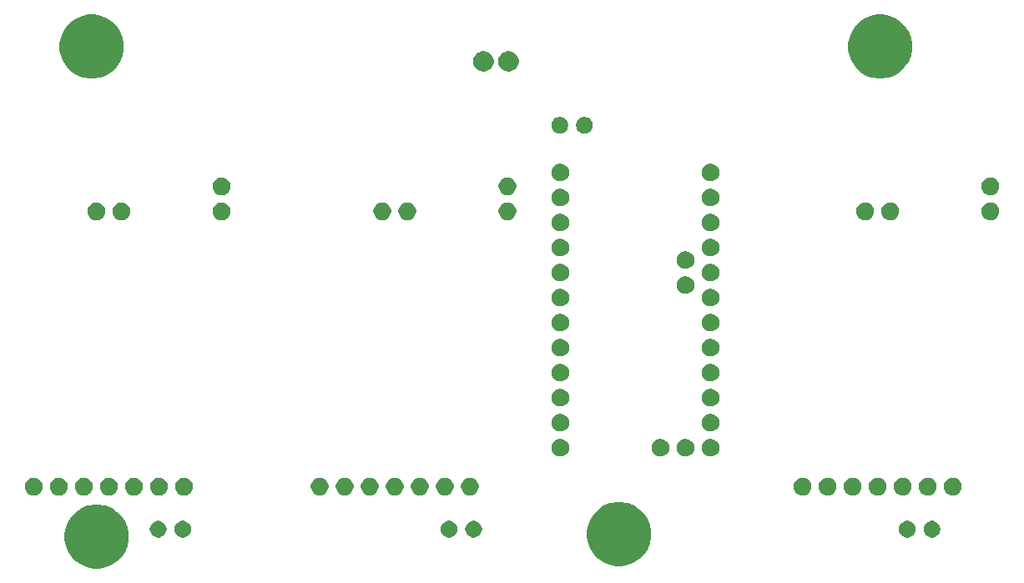
<source format=gbr>
G04 #@! TF.GenerationSoftware,KiCad,Pcbnew,(5.1.4)-1*
G04 #@! TF.CreationDate,2020-03-19T13:00:02-06:00*
G04 #@! TF.ProjectId,Axle Ratio Change,41786c65-2052-4617-9469-6f204368616e,rev?*
G04 #@! TF.SameCoordinates,Original*
G04 #@! TF.FileFunction,Soldermask,Top*
G04 #@! TF.FilePolarity,Negative*
%FSLAX46Y46*%
G04 Gerber Fmt 4.6, Leading zero omitted, Abs format (unit mm)*
G04 Created by KiCad (PCBNEW (5.1.4)-1) date 2020-03-19 13:00:02*
%MOMM*%
%LPD*%
G04 APERTURE LIST*
%ADD10C,0.100000*%
G04 APERTURE END LIST*
D10*
G36*
X112884239Y-118311467D02*
G01*
X113198282Y-118373934D01*
X113789926Y-118619001D01*
X114322392Y-118974784D01*
X114775216Y-119427608D01*
X115130999Y-119960074D01*
X115376066Y-120551718D01*
X115501000Y-121179804D01*
X115501000Y-121820196D01*
X115376066Y-122448282D01*
X115130999Y-123039926D01*
X114775216Y-123572392D01*
X114322392Y-124025216D01*
X113789926Y-124380999D01*
X113198282Y-124626066D01*
X112884239Y-124688533D01*
X112570197Y-124751000D01*
X111929803Y-124751000D01*
X111615761Y-124688533D01*
X111301718Y-124626066D01*
X110710074Y-124380999D01*
X110177608Y-124025216D01*
X109724784Y-123572392D01*
X109369001Y-123039926D01*
X109123934Y-122448282D01*
X108999000Y-121820196D01*
X108999000Y-121179804D01*
X109123934Y-120551718D01*
X109369001Y-119960074D01*
X109724784Y-119427608D01*
X110177608Y-118974784D01*
X110710074Y-118619001D01*
X111301718Y-118373934D01*
X111615761Y-118311467D01*
X111929803Y-118249000D01*
X112570197Y-118249000D01*
X112884239Y-118311467D01*
X112884239Y-118311467D01*
G37*
G36*
X165884239Y-118061467D02*
G01*
X166198282Y-118123934D01*
X166789926Y-118369001D01*
X167322392Y-118724784D01*
X167775216Y-119177608D01*
X168130999Y-119710074D01*
X168376066Y-120301718D01*
X168501000Y-120929804D01*
X168501000Y-121570196D01*
X168376066Y-122198282D01*
X168130999Y-122789926D01*
X167775216Y-123322392D01*
X167322392Y-123775216D01*
X166789926Y-124130999D01*
X166198282Y-124376066D01*
X165884239Y-124438533D01*
X165570197Y-124501000D01*
X164929803Y-124501000D01*
X164615761Y-124438533D01*
X164301718Y-124376066D01*
X163710074Y-124130999D01*
X163177608Y-123775216D01*
X162724784Y-123322392D01*
X162369001Y-122789926D01*
X162123934Y-122198282D01*
X161999000Y-121570196D01*
X161999000Y-120929804D01*
X162123934Y-120301718D01*
X162369001Y-119710074D01*
X162724784Y-119177608D01*
X163177608Y-118724784D01*
X163710074Y-118369001D01*
X164301718Y-118123934D01*
X164615761Y-118061467D01*
X164929803Y-117999000D01*
X165570197Y-117999000D01*
X165884239Y-118061467D01*
X165884239Y-118061467D01*
G37*
G36*
X194748228Y-119931703D02*
G01*
X194903100Y-119995853D01*
X195042481Y-120088985D01*
X195161015Y-120207519D01*
X195254147Y-120346900D01*
X195318297Y-120501772D01*
X195351000Y-120666184D01*
X195351000Y-120833816D01*
X195318297Y-120998228D01*
X195254147Y-121153100D01*
X195161015Y-121292481D01*
X195042481Y-121411015D01*
X194903100Y-121504147D01*
X194748228Y-121568297D01*
X194583816Y-121601000D01*
X194416184Y-121601000D01*
X194251772Y-121568297D01*
X194096900Y-121504147D01*
X193957519Y-121411015D01*
X193838985Y-121292481D01*
X193745853Y-121153100D01*
X193681703Y-120998228D01*
X193649000Y-120833816D01*
X193649000Y-120666184D01*
X193681703Y-120501772D01*
X193745853Y-120346900D01*
X193838985Y-120207519D01*
X193957519Y-120088985D01*
X194096900Y-119995853D01*
X194251772Y-119931703D01*
X194416184Y-119899000D01*
X194583816Y-119899000D01*
X194748228Y-119931703D01*
X194748228Y-119931703D01*
G37*
G36*
X197248228Y-119931703D02*
G01*
X197403100Y-119995853D01*
X197542481Y-120088985D01*
X197661015Y-120207519D01*
X197754147Y-120346900D01*
X197818297Y-120501772D01*
X197851000Y-120666184D01*
X197851000Y-120833816D01*
X197818297Y-120998228D01*
X197754147Y-121153100D01*
X197661015Y-121292481D01*
X197542481Y-121411015D01*
X197403100Y-121504147D01*
X197248228Y-121568297D01*
X197083816Y-121601000D01*
X196916184Y-121601000D01*
X196751772Y-121568297D01*
X196596900Y-121504147D01*
X196457519Y-121411015D01*
X196338985Y-121292481D01*
X196245853Y-121153100D01*
X196181703Y-120998228D01*
X196149000Y-120833816D01*
X196149000Y-120666184D01*
X196181703Y-120501772D01*
X196245853Y-120346900D01*
X196338985Y-120207519D01*
X196457519Y-120088985D01*
X196596900Y-119995853D01*
X196751772Y-119931703D01*
X196916184Y-119899000D01*
X197083816Y-119899000D01*
X197248228Y-119931703D01*
X197248228Y-119931703D01*
G37*
G36*
X150748228Y-119931703D02*
G01*
X150903100Y-119995853D01*
X151042481Y-120088985D01*
X151161015Y-120207519D01*
X151254147Y-120346900D01*
X151318297Y-120501772D01*
X151351000Y-120666184D01*
X151351000Y-120833816D01*
X151318297Y-120998228D01*
X151254147Y-121153100D01*
X151161015Y-121292481D01*
X151042481Y-121411015D01*
X150903100Y-121504147D01*
X150748228Y-121568297D01*
X150583816Y-121601000D01*
X150416184Y-121601000D01*
X150251772Y-121568297D01*
X150096900Y-121504147D01*
X149957519Y-121411015D01*
X149838985Y-121292481D01*
X149745853Y-121153100D01*
X149681703Y-120998228D01*
X149649000Y-120833816D01*
X149649000Y-120666184D01*
X149681703Y-120501772D01*
X149745853Y-120346900D01*
X149838985Y-120207519D01*
X149957519Y-120088985D01*
X150096900Y-119995853D01*
X150251772Y-119931703D01*
X150416184Y-119899000D01*
X150583816Y-119899000D01*
X150748228Y-119931703D01*
X150748228Y-119931703D01*
G37*
G36*
X118748228Y-119931703D02*
G01*
X118903100Y-119995853D01*
X119042481Y-120088985D01*
X119161015Y-120207519D01*
X119254147Y-120346900D01*
X119318297Y-120501772D01*
X119351000Y-120666184D01*
X119351000Y-120833816D01*
X119318297Y-120998228D01*
X119254147Y-121153100D01*
X119161015Y-121292481D01*
X119042481Y-121411015D01*
X118903100Y-121504147D01*
X118748228Y-121568297D01*
X118583816Y-121601000D01*
X118416184Y-121601000D01*
X118251772Y-121568297D01*
X118096900Y-121504147D01*
X117957519Y-121411015D01*
X117838985Y-121292481D01*
X117745853Y-121153100D01*
X117681703Y-120998228D01*
X117649000Y-120833816D01*
X117649000Y-120666184D01*
X117681703Y-120501772D01*
X117745853Y-120346900D01*
X117838985Y-120207519D01*
X117957519Y-120088985D01*
X118096900Y-119995853D01*
X118251772Y-119931703D01*
X118416184Y-119899000D01*
X118583816Y-119899000D01*
X118748228Y-119931703D01*
X118748228Y-119931703D01*
G37*
G36*
X121248228Y-119931703D02*
G01*
X121403100Y-119995853D01*
X121542481Y-120088985D01*
X121661015Y-120207519D01*
X121754147Y-120346900D01*
X121818297Y-120501772D01*
X121851000Y-120666184D01*
X121851000Y-120833816D01*
X121818297Y-120998228D01*
X121754147Y-121153100D01*
X121661015Y-121292481D01*
X121542481Y-121411015D01*
X121403100Y-121504147D01*
X121248228Y-121568297D01*
X121083816Y-121601000D01*
X120916184Y-121601000D01*
X120751772Y-121568297D01*
X120596900Y-121504147D01*
X120457519Y-121411015D01*
X120338985Y-121292481D01*
X120245853Y-121153100D01*
X120181703Y-120998228D01*
X120149000Y-120833816D01*
X120149000Y-120666184D01*
X120181703Y-120501772D01*
X120245853Y-120346900D01*
X120338985Y-120207519D01*
X120457519Y-120088985D01*
X120596900Y-119995853D01*
X120751772Y-119931703D01*
X120916184Y-119899000D01*
X121083816Y-119899000D01*
X121248228Y-119931703D01*
X121248228Y-119931703D01*
G37*
G36*
X148248228Y-119931703D02*
G01*
X148403100Y-119995853D01*
X148542481Y-120088985D01*
X148661015Y-120207519D01*
X148754147Y-120346900D01*
X148818297Y-120501772D01*
X148851000Y-120666184D01*
X148851000Y-120833816D01*
X148818297Y-120998228D01*
X148754147Y-121153100D01*
X148661015Y-121292481D01*
X148542481Y-121411015D01*
X148403100Y-121504147D01*
X148248228Y-121568297D01*
X148083816Y-121601000D01*
X147916184Y-121601000D01*
X147751772Y-121568297D01*
X147596900Y-121504147D01*
X147457519Y-121411015D01*
X147338985Y-121292481D01*
X147245853Y-121153100D01*
X147181703Y-120998228D01*
X147149000Y-120833816D01*
X147149000Y-120666184D01*
X147181703Y-120501772D01*
X147245853Y-120346900D01*
X147338985Y-120207519D01*
X147457519Y-120088985D01*
X147596900Y-119995853D01*
X147751772Y-119931703D01*
X147916184Y-119899000D01*
X148083816Y-119899000D01*
X148248228Y-119931703D01*
X148248228Y-119931703D01*
G37*
G36*
X134993512Y-115518927D02*
G01*
X135142812Y-115548624D01*
X135306784Y-115616544D01*
X135454354Y-115715147D01*
X135579853Y-115840646D01*
X135678456Y-115988216D01*
X135746376Y-116152188D01*
X135781000Y-116326259D01*
X135781000Y-116503741D01*
X135746376Y-116677812D01*
X135678456Y-116841784D01*
X135579853Y-116989354D01*
X135454354Y-117114853D01*
X135306784Y-117213456D01*
X135142812Y-117281376D01*
X134993512Y-117311073D01*
X134968742Y-117316000D01*
X134791258Y-117316000D01*
X134766488Y-117311073D01*
X134617188Y-117281376D01*
X134453216Y-117213456D01*
X134305646Y-117114853D01*
X134180147Y-116989354D01*
X134081544Y-116841784D01*
X134013624Y-116677812D01*
X133979000Y-116503741D01*
X133979000Y-116326259D01*
X134013624Y-116152188D01*
X134081544Y-115988216D01*
X134180147Y-115840646D01*
X134305646Y-115715147D01*
X134453216Y-115616544D01*
X134617188Y-115548624D01*
X134766488Y-115518927D01*
X134791258Y-115514000D01*
X134968742Y-115514000D01*
X134993512Y-115518927D01*
X134993512Y-115518927D01*
G37*
G36*
X121233512Y-115518927D02*
G01*
X121382812Y-115548624D01*
X121546784Y-115616544D01*
X121694354Y-115715147D01*
X121819853Y-115840646D01*
X121918456Y-115988216D01*
X121986376Y-116152188D01*
X122021000Y-116326259D01*
X122021000Y-116503741D01*
X121986376Y-116677812D01*
X121918456Y-116841784D01*
X121819853Y-116989354D01*
X121694354Y-117114853D01*
X121546784Y-117213456D01*
X121382812Y-117281376D01*
X121233512Y-117311073D01*
X121208742Y-117316000D01*
X121031258Y-117316000D01*
X121006488Y-117311073D01*
X120857188Y-117281376D01*
X120693216Y-117213456D01*
X120545646Y-117114853D01*
X120420147Y-116989354D01*
X120321544Y-116841784D01*
X120253624Y-116677812D01*
X120219000Y-116503741D01*
X120219000Y-116326259D01*
X120253624Y-116152188D01*
X120321544Y-115988216D01*
X120420147Y-115840646D01*
X120545646Y-115715147D01*
X120693216Y-115616544D01*
X120857188Y-115548624D01*
X121006488Y-115518927D01*
X121031258Y-115514000D01*
X121208742Y-115514000D01*
X121233512Y-115518927D01*
X121233512Y-115518927D01*
G37*
G36*
X183993512Y-115518927D02*
G01*
X184142812Y-115548624D01*
X184306784Y-115616544D01*
X184454354Y-115715147D01*
X184579853Y-115840646D01*
X184678456Y-115988216D01*
X184746376Y-116152188D01*
X184781000Y-116326259D01*
X184781000Y-116503741D01*
X184746376Y-116677812D01*
X184678456Y-116841784D01*
X184579853Y-116989354D01*
X184454354Y-117114853D01*
X184306784Y-117213456D01*
X184142812Y-117281376D01*
X183993512Y-117311073D01*
X183968742Y-117316000D01*
X183791258Y-117316000D01*
X183766488Y-117311073D01*
X183617188Y-117281376D01*
X183453216Y-117213456D01*
X183305646Y-117114853D01*
X183180147Y-116989354D01*
X183081544Y-116841784D01*
X183013624Y-116677812D01*
X182979000Y-116503741D01*
X182979000Y-116326259D01*
X183013624Y-116152188D01*
X183081544Y-115988216D01*
X183180147Y-115840646D01*
X183305646Y-115715147D01*
X183453216Y-115616544D01*
X183617188Y-115548624D01*
X183766488Y-115518927D01*
X183791258Y-115514000D01*
X183968742Y-115514000D01*
X183993512Y-115518927D01*
X183993512Y-115518927D01*
G37*
G36*
X186533512Y-115518927D02*
G01*
X186682812Y-115548624D01*
X186846784Y-115616544D01*
X186994354Y-115715147D01*
X187119853Y-115840646D01*
X187218456Y-115988216D01*
X187286376Y-116152188D01*
X187321000Y-116326259D01*
X187321000Y-116503741D01*
X187286376Y-116677812D01*
X187218456Y-116841784D01*
X187119853Y-116989354D01*
X186994354Y-117114853D01*
X186846784Y-117213456D01*
X186682812Y-117281376D01*
X186533512Y-117311073D01*
X186508742Y-117316000D01*
X186331258Y-117316000D01*
X186306488Y-117311073D01*
X186157188Y-117281376D01*
X185993216Y-117213456D01*
X185845646Y-117114853D01*
X185720147Y-116989354D01*
X185621544Y-116841784D01*
X185553624Y-116677812D01*
X185519000Y-116503741D01*
X185519000Y-116326259D01*
X185553624Y-116152188D01*
X185621544Y-115988216D01*
X185720147Y-115840646D01*
X185845646Y-115715147D01*
X185993216Y-115616544D01*
X186157188Y-115548624D01*
X186306488Y-115518927D01*
X186331258Y-115514000D01*
X186508742Y-115514000D01*
X186533512Y-115518927D01*
X186533512Y-115518927D01*
G37*
G36*
X189073512Y-115518927D02*
G01*
X189222812Y-115548624D01*
X189386784Y-115616544D01*
X189534354Y-115715147D01*
X189659853Y-115840646D01*
X189758456Y-115988216D01*
X189826376Y-116152188D01*
X189861000Y-116326259D01*
X189861000Y-116503741D01*
X189826376Y-116677812D01*
X189758456Y-116841784D01*
X189659853Y-116989354D01*
X189534354Y-117114853D01*
X189386784Y-117213456D01*
X189222812Y-117281376D01*
X189073512Y-117311073D01*
X189048742Y-117316000D01*
X188871258Y-117316000D01*
X188846488Y-117311073D01*
X188697188Y-117281376D01*
X188533216Y-117213456D01*
X188385646Y-117114853D01*
X188260147Y-116989354D01*
X188161544Y-116841784D01*
X188093624Y-116677812D01*
X188059000Y-116503741D01*
X188059000Y-116326259D01*
X188093624Y-116152188D01*
X188161544Y-115988216D01*
X188260147Y-115840646D01*
X188385646Y-115715147D01*
X188533216Y-115616544D01*
X188697188Y-115548624D01*
X188846488Y-115518927D01*
X188871258Y-115514000D01*
X189048742Y-115514000D01*
X189073512Y-115518927D01*
X189073512Y-115518927D01*
G37*
G36*
X191613512Y-115518927D02*
G01*
X191762812Y-115548624D01*
X191926784Y-115616544D01*
X192074354Y-115715147D01*
X192199853Y-115840646D01*
X192298456Y-115988216D01*
X192366376Y-116152188D01*
X192401000Y-116326259D01*
X192401000Y-116503741D01*
X192366376Y-116677812D01*
X192298456Y-116841784D01*
X192199853Y-116989354D01*
X192074354Y-117114853D01*
X191926784Y-117213456D01*
X191762812Y-117281376D01*
X191613512Y-117311073D01*
X191588742Y-117316000D01*
X191411258Y-117316000D01*
X191386488Y-117311073D01*
X191237188Y-117281376D01*
X191073216Y-117213456D01*
X190925646Y-117114853D01*
X190800147Y-116989354D01*
X190701544Y-116841784D01*
X190633624Y-116677812D01*
X190599000Y-116503741D01*
X190599000Y-116326259D01*
X190633624Y-116152188D01*
X190701544Y-115988216D01*
X190800147Y-115840646D01*
X190925646Y-115715147D01*
X191073216Y-115616544D01*
X191237188Y-115548624D01*
X191386488Y-115518927D01*
X191411258Y-115514000D01*
X191588742Y-115514000D01*
X191613512Y-115518927D01*
X191613512Y-115518927D01*
G37*
G36*
X194153512Y-115518927D02*
G01*
X194302812Y-115548624D01*
X194466784Y-115616544D01*
X194614354Y-115715147D01*
X194739853Y-115840646D01*
X194838456Y-115988216D01*
X194906376Y-116152188D01*
X194941000Y-116326259D01*
X194941000Y-116503741D01*
X194906376Y-116677812D01*
X194838456Y-116841784D01*
X194739853Y-116989354D01*
X194614354Y-117114853D01*
X194466784Y-117213456D01*
X194302812Y-117281376D01*
X194153512Y-117311073D01*
X194128742Y-117316000D01*
X193951258Y-117316000D01*
X193926488Y-117311073D01*
X193777188Y-117281376D01*
X193613216Y-117213456D01*
X193465646Y-117114853D01*
X193340147Y-116989354D01*
X193241544Y-116841784D01*
X193173624Y-116677812D01*
X193139000Y-116503741D01*
X193139000Y-116326259D01*
X193173624Y-116152188D01*
X193241544Y-115988216D01*
X193340147Y-115840646D01*
X193465646Y-115715147D01*
X193613216Y-115616544D01*
X193777188Y-115548624D01*
X193926488Y-115518927D01*
X193951258Y-115514000D01*
X194128742Y-115514000D01*
X194153512Y-115518927D01*
X194153512Y-115518927D01*
G37*
G36*
X196693512Y-115518927D02*
G01*
X196842812Y-115548624D01*
X197006784Y-115616544D01*
X197154354Y-115715147D01*
X197279853Y-115840646D01*
X197378456Y-115988216D01*
X197446376Y-116152188D01*
X197481000Y-116326259D01*
X197481000Y-116503741D01*
X197446376Y-116677812D01*
X197378456Y-116841784D01*
X197279853Y-116989354D01*
X197154354Y-117114853D01*
X197006784Y-117213456D01*
X196842812Y-117281376D01*
X196693512Y-117311073D01*
X196668742Y-117316000D01*
X196491258Y-117316000D01*
X196466488Y-117311073D01*
X196317188Y-117281376D01*
X196153216Y-117213456D01*
X196005646Y-117114853D01*
X195880147Y-116989354D01*
X195781544Y-116841784D01*
X195713624Y-116677812D01*
X195679000Y-116503741D01*
X195679000Y-116326259D01*
X195713624Y-116152188D01*
X195781544Y-115988216D01*
X195880147Y-115840646D01*
X196005646Y-115715147D01*
X196153216Y-115616544D01*
X196317188Y-115548624D01*
X196466488Y-115518927D01*
X196491258Y-115514000D01*
X196668742Y-115514000D01*
X196693512Y-115518927D01*
X196693512Y-115518927D01*
G37*
G36*
X199233512Y-115518927D02*
G01*
X199382812Y-115548624D01*
X199546784Y-115616544D01*
X199694354Y-115715147D01*
X199819853Y-115840646D01*
X199918456Y-115988216D01*
X199986376Y-116152188D01*
X200021000Y-116326259D01*
X200021000Y-116503741D01*
X199986376Y-116677812D01*
X199918456Y-116841784D01*
X199819853Y-116989354D01*
X199694354Y-117114853D01*
X199546784Y-117213456D01*
X199382812Y-117281376D01*
X199233512Y-117311073D01*
X199208742Y-117316000D01*
X199031258Y-117316000D01*
X199006488Y-117311073D01*
X198857188Y-117281376D01*
X198693216Y-117213456D01*
X198545646Y-117114853D01*
X198420147Y-116989354D01*
X198321544Y-116841784D01*
X198253624Y-116677812D01*
X198219000Y-116503741D01*
X198219000Y-116326259D01*
X198253624Y-116152188D01*
X198321544Y-115988216D01*
X198420147Y-115840646D01*
X198545646Y-115715147D01*
X198693216Y-115616544D01*
X198857188Y-115548624D01*
X199006488Y-115518927D01*
X199031258Y-115514000D01*
X199208742Y-115514000D01*
X199233512Y-115518927D01*
X199233512Y-115518927D01*
G37*
G36*
X137533512Y-115518927D02*
G01*
X137682812Y-115548624D01*
X137846784Y-115616544D01*
X137994354Y-115715147D01*
X138119853Y-115840646D01*
X138218456Y-115988216D01*
X138286376Y-116152188D01*
X138321000Y-116326259D01*
X138321000Y-116503741D01*
X138286376Y-116677812D01*
X138218456Y-116841784D01*
X138119853Y-116989354D01*
X137994354Y-117114853D01*
X137846784Y-117213456D01*
X137682812Y-117281376D01*
X137533512Y-117311073D01*
X137508742Y-117316000D01*
X137331258Y-117316000D01*
X137306488Y-117311073D01*
X137157188Y-117281376D01*
X136993216Y-117213456D01*
X136845646Y-117114853D01*
X136720147Y-116989354D01*
X136621544Y-116841784D01*
X136553624Y-116677812D01*
X136519000Y-116503741D01*
X136519000Y-116326259D01*
X136553624Y-116152188D01*
X136621544Y-115988216D01*
X136720147Y-115840646D01*
X136845646Y-115715147D01*
X136993216Y-115616544D01*
X137157188Y-115548624D01*
X137306488Y-115518927D01*
X137331258Y-115514000D01*
X137508742Y-115514000D01*
X137533512Y-115518927D01*
X137533512Y-115518927D01*
G37*
G36*
X118693512Y-115518927D02*
G01*
X118842812Y-115548624D01*
X119006784Y-115616544D01*
X119154354Y-115715147D01*
X119279853Y-115840646D01*
X119378456Y-115988216D01*
X119446376Y-116152188D01*
X119481000Y-116326259D01*
X119481000Y-116503741D01*
X119446376Y-116677812D01*
X119378456Y-116841784D01*
X119279853Y-116989354D01*
X119154354Y-117114853D01*
X119006784Y-117213456D01*
X118842812Y-117281376D01*
X118693512Y-117311073D01*
X118668742Y-117316000D01*
X118491258Y-117316000D01*
X118466488Y-117311073D01*
X118317188Y-117281376D01*
X118153216Y-117213456D01*
X118005646Y-117114853D01*
X117880147Y-116989354D01*
X117781544Y-116841784D01*
X117713624Y-116677812D01*
X117679000Y-116503741D01*
X117679000Y-116326259D01*
X117713624Y-116152188D01*
X117781544Y-115988216D01*
X117880147Y-115840646D01*
X118005646Y-115715147D01*
X118153216Y-115616544D01*
X118317188Y-115548624D01*
X118466488Y-115518927D01*
X118491258Y-115514000D01*
X118668742Y-115514000D01*
X118693512Y-115518927D01*
X118693512Y-115518927D01*
G37*
G36*
X142613512Y-115518927D02*
G01*
X142762812Y-115548624D01*
X142926784Y-115616544D01*
X143074354Y-115715147D01*
X143199853Y-115840646D01*
X143298456Y-115988216D01*
X143366376Y-116152188D01*
X143401000Y-116326259D01*
X143401000Y-116503741D01*
X143366376Y-116677812D01*
X143298456Y-116841784D01*
X143199853Y-116989354D01*
X143074354Y-117114853D01*
X142926784Y-117213456D01*
X142762812Y-117281376D01*
X142613512Y-117311073D01*
X142588742Y-117316000D01*
X142411258Y-117316000D01*
X142386488Y-117311073D01*
X142237188Y-117281376D01*
X142073216Y-117213456D01*
X141925646Y-117114853D01*
X141800147Y-116989354D01*
X141701544Y-116841784D01*
X141633624Y-116677812D01*
X141599000Y-116503741D01*
X141599000Y-116326259D01*
X141633624Y-116152188D01*
X141701544Y-115988216D01*
X141800147Y-115840646D01*
X141925646Y-115715147D01*
X142073216Y-115616544D01*
X142237188Y-115548624D01*
X142386488Y-115518927D01*
X142411258Y-115514000D01*
X142588742Y-115514000D01*
X142613512Y-115518927D01*
X142613512Y-115518927D01*
G37*
G36*
X105993512Y-115518927D02*
G01*
X106142812Y-115548624D01*
X106306784Y-115616544D01*
X106454354Y-115715147D01*
X106579853Y-115840646D01*
X106678456Y-115988216D01*
X106746376Y-116152188D01*
X106781000Y-116326259D01*
X106781000Y-116503741D01*
X106746376Y-116677812D01*
X106678456Y-116841784D01*
X106579853Y-116989354D01*
X106454354Y-117114853D01*
X106306784Y-117213456D01*
X106142812Y-117281376D01*
X105993512Y-117311073D01*
X105968742Y-117316000D01*
X105791258Y-117316000D01*
X105766488Y-117311073D01*
X105617188Y-117281376D01*
X105453216Y-117213456D01*
X105305646Y-117114853D01*
X105180147Y-116989354D01*
X105081544Y-116841784D01*
X105013624Y-116677812D01*
X104979000Y-116503741D01*
X104979000Y-116326259D01*
X105013624Y-116152188D01*
X105081544Y-115988216D01*
X105180147Y-115840646D01*
X105305646Y-115715147D01*
X105453216Y-115616544D01*
X105617188Y-115548624D01*
X105766488Y-115518927D01*
X105791258Y-115514000D01*
X105968742Y-115514000D01*
X105993512Y-115518927D01*
X105993512Y-115518927D01*
G37*
G36*
X108533512Y-115518927D02*
G01*
X108682812Y-115548624D01*
X108846784Y-115616544D01*
X108994354Y-115715147D01*
X109119853Y-115840646D01*
X109218456Y-115988216D01*
X109286376Y-116152188D01*
X109321000Y-116326259D01*
X109321000Y-116503741D01*
X109286376Y-116677812D01*
X109218456Y-116841784D01*
X109119853Y-116989354D01*
X108994354Y-117114853D01*
X108846784Y-117213456D01*
X108682812Y-117281376D01*
X108533512Y-117311073D01*
X108508742Y-117316000D01*
X108331258Y-117316000D01*
X108306488Y-117311073D01*
X108157188Y-117281376D01*
X107993216Y-117213456D01*
X107845646Y-117114853D01*
X107720147Y-116989354D01*
X107621544Y-116841784D01*
X107553624Y-116677812D01*
X107519000Y-116503741D01*
X107519000Y-116326259D01*
X107553624Y-116152188D01*
X107621544Y-115988216D01*
X107720147Y-115840646D01*
X107845646Y-115715147D01*
X107993216Y-115616544D01*
X108157188Y-115548624D01*
X108306488Y-115518927D01*
X108331258Y-115514000D01*
X108508742Y-115514000D01*
X108533512Y-115518927D01*
X108533512Y-115518927D01*
G37*
G36*
X111073512Y-115518927D02*
G01*
X111222812Y-115548624D01*
X111386784Y-115616544D01*
X111534354Y-115715147D01*
X111659853Y-115840646D01*
X111758456Y-115988216D01*
X111826376Y-116152188D01*
X111861000Y-116326259D01*
X111861000Y-116503741D01*
X111826376Y-116677812D01*
X111758456Y-116841784D01*
X111659853Y-116989354D01*
X111534354Y-117114853D01*
X111386784Y-117213456D01*
X111222812Y-117281376D01*
X111073512Y-117311073D01*
X111048742Y-117316000D01*
X110871258Y-117316000D01*
X110846488Y-117311073D01*
X110697188Y-117281376D01*
X110533216Y-117213456D01*
X110385646Y-117114853D01*
X110260147Y-116989354D01*
X110161544Y-116841784D01*
X110093624Y-116677812D01*
X110059000Y-116503741D01*
X110059000Y-116326259D01*
X110093624Y-116152188D01*
X110161544Y-115988216D01*
X110260147Y-115840646D01*
X110385646Y-115715147D01*
X110533216Y-115616544D01*
X110697188Y-115548624D01*
X110846488Y-115518927D01*
X110871258Y-115514000D01*
X111048742Y-115514000D01*
X111073512Y-115518927D01*
X111073512Y-115518927D01*
G37*
G36*
X113613512Y-115518927D02*
G01*
X113762812Y-115548624D01*
X113926784Y-115616544D01*
X114074354Y-115715147D01*
X114199853Y-115840646D01*
X114298456Y-115988216D01*
X114366376Y-116152188D01*
X114401000Y-116326259D01*
X114401000Y-116503741D01*
X114366376Y-116677812D01*
X114298456Y-116841784D01*
X114199853Y-116989354D01*
X114074354Y-117114853D01*
X113926784Y-117213456D01*
X113762812Y-117281376D01*
X113613512Y-117311073D01*
X113588742Y-117316000D01*
X113411258Y-117316000D01*
X113386488Y-117311073D01*
X113237188Y-117281376D01*
X113073216Y-117213456D01*
X112925646Y-117114853D01*
X112800147Y-116989354D01*
X112701544Y-116841784D01*
X112633624Y-116677812D01*
X112599000Y-116503741D01*
X112599000Y-116326259D01*
X112633624Y-116152188D01*
X112701544Y-115988216D01*
X112800147Y-115840646D01*
X112925646Y-115715147D01*
X113073216Y-115616544D01*
X113237188Y-115548624D01*
X113386488Y-115518927D01*
X113411258Y-115514000D01*
X113588742Y-115514000D01*
X113613512Y-115518927D01*
X113613512Y-115518927D01*
G37*
G36*
X116153512Y-115518927D02*
G01*
X116302812Y-115548624D01*
X116466784Y-115616544D01*
X116614354Y-115715147D01*
X116739853Y-115840646D01*
X116838456Y-115988216D01*
X116906376Y-116152188D01*
X116941000Y-116326259D01*
X116941000Y-116503741D01*
X116906376Y-116677812D01*
X116838456Y-116841784D01*
X116739853Y-116989354D01*
X116614354Y-117114853D01*
X116466784Y-117213456D01*
X116302812Y-117281376D01*
X116153512Y-117311073D01*
X116128742Y-117316000D01*
X115951258Y-117316000D01*
X115926488Y-117311073D01*
X115777188Y-117281376D01*
X115613216Y-117213456D01*
X115465646Y-117114853D01*
X115340147Y-116989354D01*
X115241544Y-116841784D01*
X115173624Y-116677812D01*
X115139000Y-116503741D01*
X115139000Y-116326259D01*
X115173624Y-116152188D01*
X115241544Y-115988216D01*
X115340147Y-115840646D01*
X115465646Y-115715147D01*
X115613216Y-115616544D01*
X115777188Y-115548624D01*
X115926488Y-115518927D01*
X115951258Y-115514000D01*
X116128742Y-115514000D01*
X116153512Y-115518927D01*
X116153512Y-115518927D01*
G37*
G36*
X150233512Y-115518927D02*
G01*
X150382812Y-115548624D01*
X150546784Y-115616544D01*
X150694354Y-115715147D01*
X150819853Y-115840646D01*
X150918456Y-115988216D01*
X150986376Y-116152188D01*
X151021000Y-116326259D01*
X151021000Y-116503741D01*
X150986376Y-116677812D01*
X150918456Y-116841784D01*
X150819853Y-116989354D01*
X150694354Y-117114853D01*
X150546784Y-117213456D01*
X150382812Y-117281376D01*
X150233512Y-117311073D01*
X150208742Y-117316000D01*
X150031258Y-117316000D01*
X150006488Y-117311073D01*
X149857188Y-117281376D01*
X149693216Y-117213456D01*
X149545646Y-117114853D01*
X149420147Y-116989354D01*
X149321544Y-116841784D01*
X149253624Y-116677812D01*
X149219000Y-116503741D01*
X149219000Y-116326259D01*
X149253624Y-116152188D01*
X149321544Y-115988216D01*
X149420147Y-115840646D01*
X149545646Y-115715147D01*
X149693216Y-115616544D01*
X149857188Y-115548624D01*
X150006488Y-115518927D01*
X150031258Y-115514000D01*
X150208742Y-115514000D01*
X150233512Y-115518927D01*
X150233512Y-115518927D01*
G37*
G36*
X147693512Y-115518927D02*
G01*
X147842812Y-115548624D01*
X148006784Y-115616544D01*
X148154354Y-115715147D01*
X148279853Y-115840646D01*
X148378456Y-115988216D01*
X148446376Y-116152188D01*
X148481000Y-116326259D01*
X148481000Y-116503741D01*
X148446376Y-116677812D01*
X148378456Y-116841784D01*
X148279853Y-116989354D01*
X148154354Y-117114853D01*
X148006784Y-117213456D01*
X147842812Y-117281376D01*
X147693512Y-117311073D01*
X147668742Y-117316000D01*
X147491258Y-117316000D01*
X147466488Y-117311073D01*
X147317188Y-117281376D01*
X147153216Y-117213456D01*
X147005646Y-117114853D01*
X146880147Y-116989354D01*
X146781544Y-116841784D01*
X146713624Y-116677812D01*
X146679000Y-116503741D01*
X146679000Y-116326259D01*
X146713624Y-116152188D01*
X146781544Y-115988216D01*
X146880147Y-115840646D01*
X147005646Y-115715147D01*
X147153216Y-115616544D01*
X147317188Y-115548624D01*
X147466488Y-115518927D01*
X147491258Y-115514000D01*
X147668742Y-115514000D01*
X147693512Y-115518927D01*
X147693512Y-115518927D01*
G37*
G36*
X145153512Y-115518927D02*
G01*
X145302812Y-115548624D01*
X145466784Y-115616544D01*
X145614354Y-115715147D01*
X145739853Y-115840646D01*
X145838456Y-115988216D01*
X145906376Y-116152188D01*
X145941000Y-116326259D01*
X145941000Y-116503741D01*
X145906376Y-116677812D01*
X145838456Y-116841784D01*
X145739853Y-116989354D01*
X145614354Y-117114853D01*
X145466784Y-117213456D01*
X145302812Y-117281376D01*
X145153512Y-117311073D01*
X145128742Y-117316000D01*
X144951258Y-117316000D01*
X144926488Y-117311073D01*
X144777188Y-117281376D01*
X144613216Y-117213456D01*
X144465646Y-117114853D01*
X144340147Y-116989354D01*
X144241544Y-116841784D01*
X144173624Y-116677812D01*
X144139000Y-116503741D01*
X144139000Y-116326259D01*
X144173624Y-116152188D01*
X144241544Y-115988216D01*
X144340147Y-115840646D01*
X144465646Y-115715147D01*
X144613216Y-115616544D01*
X144777188Y-115548624D01*
X144926488Y-115518927D01*
X144951258Y-115514000D01*
X145128742Y-115514000D01*
X145153512Y-115518927D01*
X145153512Y-115518927D01*
G37*
G36*
X140073512Y-115518927D02*
G01*
X140222812Y-115548624D01*
X140386784Y-115616544D01*
X140534354Y-115715147D01*
X140659853Y-115840646D01*
X140758456Y-115988216D01*
X140826376Y-116152188D01*
X140861000Y-116326259D01*
X140861000Y-116503741D01*
X140826376Y-116677812D01*
X140758456Y-116841784D01*
X140659853Y-116989354D01*
X140534354Y-117114853D01*
X140386784Y-117213456D01*
X140222812Y-117281376D01*
X140073512Y-117311073D01*
X140048742Y-117316000D01*
X139871258Y-117316000D01*
X139846488Y-117311073D01*
X139697188Y-117281376D01*
X139533216Y-117213456D01*
X139385646Y-117114853D01*
X139260147Y-116989354D01*
X139161544Y-116841784D01*
X139093624Y-116677812D01*
X139059000Y-116503741D01*
X139059000Y-116326259D01*
X139093624Y-116152188D01*
X139161544Y-115988216D01*
X139260147Y-115840646D01*
X139385646Y-115715147D01*
X139533216Y-115616544D01*
X139697188Y-115548624D01*
X139846488Y-115518927D01*
X139871258Y-115514000D01*
X140048742Y-115514000D01*
X140073512Y-115518927D01*
X140073512Y-115518927D01*
G37*
G36*
X159403512Y-111583927D02*
G01*
X159552812Y-111613624D01*
X159716784Y-111681544D01*
X159864354Y-111780147D01*
X159989853Y-111905646D01*
X160088456Y-112053216D01*
X160156376Y-112217188D01*
X160191000Y-112391259D01*
X160191000Y-112568741D01*
X160156376Y-112742812D01*
X160088456Y-112906784D01*
X159989853Y-113054354D01*
X159864354Y-113179853D01*
X159716784Y-113278456D01*
X159552812Y-113346376D01*
X159403512Y-113376073D01*
X159378742Y-113381000D01*
X159201258Y-113381000D01*
X159176488Y-113376073D01*
X159027188Y-113346376D01*
X158863216Y-113278456D01*
X158715646Y-113179853D01*
X158590147Y-113054354D01*
X158491544Y-112906784D01*
X158423624Y-112742812D01*
X158389000Y-112568741D01*
X158389000Y-112391259D01*
X158423624Y-112217188D01*
X158491544Y-112053216D01*
X158590147Y-111905646D01*
X158715646Y-111780147D01*
X158863216Y-111681544D01*
X159027188Y-111613624D01*
X159176488Y-111583927D01*
X159201258Y-111579000D01*
X159378742Y-111579000D01*
X159403512Y-111583927D01*
X159403512Y-111583927D01*
G37*
G36*
X174643512Y-111583927D02*
G01*
X174792812Y-111613624D01*
X174956784Y-111681544D01*
X175104354Y-111780147D01*
X175229853Y-111905646D01*
X175328456Y-112053216D01*
X175396376Y-112217188D01*
X175431000Y-112391259D01*
X175431000Y-112568741D01*
X175396376Y-112742812D01*
X175328456Y-112906784D01*
X175229853Y-113054354D01*
X175104354Y-113179853D01*
X174956784Y-113278456D01*
X174792812Y-113346376D01*
X174643512Y-113376073D01*
X174618742Y-113381000D01*
X174441258Y-113381000D01*
X174416488Y-113376073D01*
X174267188Y-113346376D01*
X174103216Y-113278456D01*
X173955646Y-113179853D01*
X173830147Y-113054354D01*
X173731544Y-112906784D01*
X173663624Y-112742812D01*
X173629000Y-112568741D01*
X173629000Y-112391259D01*
X173663624Y-112217188D01*
X173731544Y-112053216D01*
X173830147Y-111905646D01*
X173955646Y-111780147D01*
X174103216Y-111681544D01*
X174267188Y-111613624D01*
X174416488Y-111583927D01*
X174441258Y-111579000D01*
X174618742Y-111579000D01*
X174643512Y-111583927D01*
X174643512Y-111583927D01*
G37*
G36*
X172103512Y-111583927D02*
G01*
X172252812Y-111613624D01*
X172416784Y-111681544D01*
X172564354Y-111780147D01*
X172689853Y-111905646D01*
X172788456Y-112053216D01*
X172856376Y-112217188D01*
X172891000Y-112391259D01*
X172891000Y-112568741D01*
X172856376Y-112742812D01*
X172788456Y-112906784D01*
X172689853Y-113054354D01*
X172564354Y-113179853D01*
X172416784Y-113278456D01*
X172252812Y-113346376D01*
X172103512Y-113376073D01*
X172078742Y-113381000D01*
X171901258Y-113381000D01*
X171876488Y-113376073D01*
X171727188Y-113346376D01*
X171563216Y-113278456D01*
X171415646Y-113179853D01*
X171290147Y-113054354D01*
X171191544Y-112906784D01*
X171123624Y-112742812D01*
X171089000Y-112568741D01*
X171089000Y-112391259D01*
X171123624Y-112217188D01*
X171191544Y-112053216D01*
X171290147Y-111905646D01*
X171415646Y-111780147D01*
X171563216Y-111681544D01*
X171727188Y-111613624D01*
X171876488Y-111583927D01*
X171901258Y-111579000D01*
X172078742Y-111579000D01*
X172103512Y-111583927D01*
X172103512Y-111583927D01*
G37*
G36*
X169563512Y-111583927D02*
G01*
X169712812Y-111613624D01*
X169876784Y-111681544D01*
X170024354Y-111780147D01*
X170149853Y-111905646D01*
X170248456Y-112053216D01*
X170316376Y-112217188D01*
X170351000Y-112391259D01*
X170351000Y-112568741D01*
X170316376Y-112742812D01*
X170248456Y-112906784D01*
X170149853Y-113054354D01*
X170024354Y-113179853D01*
X169876784Y-113278456D01*
X169712812Y-113346376D01*
X169563512Y-113376073D01*
X169538742Y-113381000D01*
X169361258Y-113381000D01*
X169336488Y-113376073D01*
X169187188Y-113346376D01*
X169023216Y-113278456D01*
X168875646Y-113179853D01*
X168750147Y-113054354D01*
X168651544Y-112906784D01*
X168583624Y-112742812D01*
X168549000Y-112568741D01*
X168549000Y-112391259D01*
X168583624Y-112217188D01*
X168651544Y-112053216D01*
X168750147Y-111905646D01*
X168875646Y-111780147D01*
X169023216Y-111681544D01*
X169187188Y-111613624D01*
X169336488Y-111583927D01*
X169361258Y-111579000D01*
X169538742Y-111579000D01*
X169563512Y-111583927D01*
X169563512Y-111583927D01*
G37*
G36*
X159403512Y-109043927D02*
G01*
X159552812Y-109073624D01*
X159716784Y-109141544D01*
X159864354Y-109240147D01*
X159989853Y-109365646D01*
X160088456Y-109513216D01*
X160156376Y-109677188D01*
X160191000Y-109851259D01*
X160191000Y-110028741D01*
X160156376Y-110202812D01*
X160088456Y-110366784D01*
X159989853Y-110514354D01*
X159864354Y-110639853D01*
X159716784Y-110738456D01*
X159552812Y-110806376D01*
X159403512Y-110836073D01*
X159378742Y-110841000D01*
X159201258Y-110841000D01*
X159176488Y-110836073D01*
X159027188Y-110806376D01*
X158863216Y-110738456D01*
X158715646Y-110639853D01*
X158590147Y-110514354D01*
X158491544Y-110366784D01*
X158423624Y-110202812D01*
X158389000Y-110028741D01*
X158389000Y-109851259D01*
X158423624Y-109677188D01*
X158491544Y-109513216D01*
X158590147Y-109365646D01*
X158715646Y-109240147D01*
X158863216Y-109141544D01*
X159027188Y-109073624D01*
X159176488Y-109043927D01*
X159201258Y-109039000D01*
X159378742Y-109039000D01*
X159403512Y-109043927D01*
X159403512Y-109043927D01*
G37*
G36*
X174643512Y-109043927D02*
G01*
X174792812Y-109073624D01*
X174956784Y-109141544D01*
X175104354Y-109240147D01*
X175229853Y-109365646D01*
X175328456Y-109513216D01*
X175396376Y-109677188D01*
X175431000Y-109851259D01*
X175431000Y-110028741D01*
X175396376Y-110202812D01*
X175328456Y-110366784D01*
X175229853Y-110514354D01*
X175104354Y-110639853D01*
X174956784Y-110738456D01*
X174792812Y-110806376D01*
X174643512Y-110836073D01*
X174618742Y-110841000D01*
X174441258Y-110841000D01*
X174416488Y-110836073D01*
X174267188Y-110806376D01*
X174103216Y-110738456D01*
X173955646Y-110639853D01*
X173830147Y-110514354D01*
X173731544Y-110366784D01*
X173663624Y-110202812D01*
X173629000Y-110028741D01*
X173629000Y-109851259D01*
X173663624Y-109677188D01*
X173731544Y-109513216D01*
X173830147Y-109365646D01*
X173955646Y-109240147D01*
X174103216Y-109141544D01*
X174267188Y-109073624D01*
X174416488Y-109043927D01*
X174441258Y-109039000D01*
X174618742Y-109039000D01*
X174643512Y-109043927D01*
X174643512Y-109043927D01*
G37*
G36*
X159403512Y-106503927D02*
G01*
X159552812Y-106533624D01*
X159716784Y-106601544D01*
X159864354Y-106700147D01*
X159989853Y-106825646D01*
X160088456Y-106973216D01*
X160156376Y-107137188D01*
X160191000Y-107311259D01*
X160191000Y-107488741D01*
X160156376Y-107662812D01*
X160088456Y-107826784D01*
X159989853Y-107974354D01*
X159864354Y-108099853D01*
X159716784Y-108198456D01*
X159552812Y-108266376D01*
X159403512Y-108296073D01*
X159378742Y-108301000D01*
X159201258Y-108301000D01*
X159176488Y-108296073D01*
X159027188Y-108266376D01*
X158863216Y-108198456D01*
X158715646Y-108099853D01*
X158590147Y-107974354D01*
X158491544Y-107826784D01*
X158423624Y-107662812D01*
X158389000Y-107488741D01*
X158389000Y-107311259D01*
X158423624Y-107137188D01*
X158491544Y-106973216D01*
X158590147Y-106825646D01*
X158715646Y-106700147D01*
X158863216Y-106601544D01*
X159027188Y-106533624D01*
X159176488Y-106503927D01*
X159201258Y-106499000D01*
X159378742Y-106499000D01*
X159403512Y-106503927D01*
X159403512Y-106503927D01*
G37*
G36*
X174643512Y-106503927D02*
G01*
X174792812Y-106533624D01*
X174956784Y-106601544D01*
X175104354Y-106700147D01*
X175229853Y-106825646D01*
X175328456Y-106973216D01*
X175396376Y-107137188D01*
X175431000Y-107311259D01*
X175431000Y-107488741D01*
X175396376Y-107662812D01*
X175328456Y-107826784D01*
X175229853Y-107974354D01*
X175104354Y-108099853D01*
X174956784Y-108198456D01*
X174792812Y-108266376D01*
X174643512Y-108296073D01*
X174618742Y-108301000D01*
X174441258Y-108301000D01*
X174416488Y-108296073D01*
X174267188Y-108266376D01*
X174103216Y-108198456D01*
X173955646Y-108099853D01*
X173830147Y-107974354D01*
X173731544Y-107826784D01*
X173663624Y-107662812D01*
X173629000Y-107488741D01*
X173629000Y-107311259D01*
X173663624Y-107137188D01*
X173731544Y-106973216D01*
X173830147Y-106825646D01*
X173955646Y-106700147D01*
X174103216Y-106601544D01*
X174267188Y-106533624D01*
X174416488Y-106503927D01*
X174441258Y-106499000D01*
X174618742Y-106499000D01*
X174643512Y-106503927D01*
X174643512Y-106503927D01*
G37*
G36*
X159403512Y-103963927D02*
G01*
X159552812Y-103993624D01*
X159716784Y-104061544D01*
X159864354Y-104160147D01*
X159989853Y-104285646D01*
X160088456Y-104433216D01*
X160156376Y-104597188D01*
X160191000Y-104771259D01*
X160191000Y-104948741D01*
X160156376Y-105122812D01*
X160088456Y-105286784D01*
X159989853Y-105434354D01*
X159864354Y-105559853D01*
X159716784Y-105658456D01*
X159552812Y-105726376D01*
X159403512Y-105756073D01*
X159378742Y-105761000D01*
X159201258Y-105761000D01*
X159176488Y-105756073D01*
X159027188Y-105726376D01*
X158863216Y-105658456D01*
X158715646Y-105559853D01*
X158590147Y-105434354D01*
X158491544Y-105286784D01*
X158423624Y-105122812D01*
X158389000Y-104948741D01*
X158389000Y-104771259D01*
X158423624Y-104597188D01*
X158491544Y-104433216D01*
X158590147Y-104285646D01*
X158715646Y-104160147D01*
X158863216Y-104061544D01*
X159027188Y-103993624D01*
X159176488Y-103963927D01*
X159201258Y-103959000D01*
X159378742Y-103959000D01*
X159403512Y-103963927D01*
X159403512Y-103963927D01*
G37*
G36*
X174643512Y-103963927D02*
G01*
X174792812Y-103993624D01*
X174956784Y-104061544D01*
X175104354Y-104160147D01*
X175229853Y-104285646D01*
X175328456Y-104433216D01*
X175396376Y-104597188D01*
X175431000Y-104771259D01*
X175431000Y-104948741D01*
X175396376Y-105122812D01*
X175328456Y-105286784D01*
X175229853Y-105434354D01*
X175104354Y-105559853D01*
X174956784Y-105658456D01*
X174792812Y-105726376D01*
X174643512Y-105756073D01*
X174618742Y-105761000D01*
X174441258Y-105761000D01*
X174416488Y-105756073D01*
X174267188Y-105726376D01*
X174103216Y-105658456D01*
X173955646Y-105559853D01*
X173830147Y-105434354D01*
X173731544Y-105286784D01*
X173663624Y-105122812D01*
X173629000Y-104948741D01*
X173629000Y-104771259D01*
X173663624Y-104597188D01*
X173731544Y-104433216D01*
X173830147Y-104285646D01*
X173955646Y-104160147D01*
X174103216Y-104061544D01*
X174267188Y-103993624D01*
X174416488Y-103963927D01*
X174441258Y-103959000D01*
X174618742Y-103959000D01*
X174643512Y-103963927D01*
X174643512Y-103963927D01*
G37*
G36*
X159403512Y-101423927D02*
G01*
X159552812Y-101453624D01*
X159716784Y-101521544D01*
X159864354Y-101620147D01*
X159989853Y-101745646D01*
X160088456Y-101893216D01*
X160156376Y-102057188D01*
X160191000Y-102231259D01*
X160191000Y-102408741D01*
X160156376Y-102582812D01*
X160088456Y-102746784D01*
X159989853Y-102894354D01*
X159864354Y-103019853D01*
X159716784Y-103118456D01*
X159552812Y-103186376D01*
X159403512Y-103216073D01*
X159378742Y-103221000D01*
X159201258Y-103221000D01*
X159176488Y-103216073D01*
X159027188Y-103186376D01*
X158863216Y-103118456D01*
X158715646Y-103019853D01*
X158590147Y-102894354D01*
X158491544Y-102746784D01*
X158423624Y-102582812D01*
X158389000Y-102408741D01*
X158389000Y-102231259D01*
X158423624Y-102057188D01*
X158491544Y-101893216D01*
X158590147Y-101745646D01*
X158715646Y-101620147D01*
X158863216Y-101521544D01*
X159027188Y-101453624D01*
X159176488Y-101423927D01*
X159201258Y-101419000D01*
X159378742Y-101419000D01*
X159403512Y-101423927D01*
X159403512Y-101423927D01*
G37*
G36*
X174643512Y-101423927D02*
G01*
X174792812Y-101453624D01*
X174956784Y-101521544D01*
X175104354Y-101620147D01*
X175229853Y-101745646D01*
X175328456Y-101893216D01*
X175396376Y-102057188D01*
X175431000Y-102231259D01*
X175431000Y-102408741D01*
X175396376Y-102582812D01*
X175328456Y-102746784D01*
X175229853Y-102894354D01*
X175104354Y-103019853D01*
X174956784Y-103118456D01*
X174792812Y-103186376D01*
X174643512Y-103216073D01*
X174618742Y-103221000D01*
X174441258Y-103221000D01*
X174416488Y-103216073D01*
X174267188Y-103186376D01*
X174103216Y-103118456D01*
X173955646Y-103019853D01*
X173830147Y-102894354D01*
X173731544Y-102746784D01*
X173663624Y-102582812D01*
X173629000Y-102408741D01*
X173629000Y-102231259D01*
X173663624Y-102057188D01*
X173731544Y-101893216D01*
X173830147Y-101745646D01*
X173955646Y-101620147D01*
X174103216Y-101521544D01*
X174267188Y-101453624D01*
X174416488Y-101423927D01*
X174441258Y-101419000D01*
X174618742Y-101419000D01*
X174643512Y-101423927D01*
X174643512Y-101423927D01*
G37*
G36*
X159403512Y-98883927D02*
G01*
X159552812Y-98913624D01*
X159716784Y-98981544D01*
X159864354Y-99080147D01*
X159989853Y-99205646D01*
X160088456Y-99353216D01*
X160156376Y-99517188D01*
X160191000Y-99691259D01*
X160191000Y-99868741D01*
X160156376Y-100042812D01*
X160088456Y-100206784D01*
X159989853Y-100354354D01*
X159864354Y-100479853D01*
X159716784Y-100578456D01*
X159552812Y-100646376D01*
X159403512Y-100676073D01*
X159378742Y-100681000D01*
X159201258Y-100681000D01*
X159176488Y-100676073D01*
X159027188Y-100646376D01*
X158863216Y-100578456D01*
X158715646Y-100479853D01*
X158590147Y-100354354D01*
X158491544Y-100206784D01*
X158423624Y-100042812D01*
X158389000Y-99868741D01*
X158389000Y-99691259D01*
X158423624Y-99517188D01*
X158491544Y-99353216D01*
X158590147Y-99205646D01*
X158715646Y-99080147D01*
X158863216Y-98981544D01*
X159027188Y-98913624D01*
X159176488Y-98883927D01*
X159201258Y-98879000D01*
X159378742Y-98879000D01*
X159403512Y-98883927D01*
X159403512Y-98883927D01*
G37*
G36*
X174643512Y-98883927D02*
G01*
X174792812Y-98913624D01*
X174956784Y-98981544D01*
X175104354Y-99080147D01*
X175229853Y-99205646D01*
X175328456Y-99353216D01*
X175396376Y-99517188D01*
X175431000Y-99691259D01*
X175431000Y-99868741D01*
X175396376Y-100042812D01*
X175328456Y-100206784D01*
X175229853Y-100354354D01*
X175104354Y-100479853D01*
X174956784Y-100578456D01*
X174792812Y-100646376D01*
X174643512Y-100676073D01*
X174618742Y-100681000D01*
X174441258Y-100681000D01*
X174416488Y-100676073D01*
X174267188Y-100646376D01*
X174103216Y-100578456D01*
X173955646Y-100479853D01*
X173830147Y-100354354D01*
X173731544Y-100206784D01*
X173663624Y-100042812D01*
X173629000Y-99868741D01*
X173629000Y-99691259D01*
X173663624Y-99517188D01*
X173731544Y-99353216D01*
X173830147Y-99205646D01*
X173955646Y-99080147D01*
X174103216Y-98981544D01*
X174267188Y-98913624D01*
X174416488Y-98883927D01*
X174441258Y-98879000D01*
X174618742Y-98879000D01*
X174643512Y-98883927D01*
X174643512Y-98883927D01*
G37*
G36*
X159403512Y-96343927D02*
G01*
X159552812Y-96373624D01*
X159716784Y-96441544D01*
X159864354Y-96540147D01*
X159989853Y-96665646D01*
X160088456Y-96813216D01*
X160156376Y-96977188D01*
X160191000Y-97151259D01*
X160191000Y-97328741D01*
X160156376Y-97502812D01*
X160088456Y-97666784D01*
X159989853Y-97814354D01*
X159864354Y-97939853D01*
X159716784Y-98038456D01*
X159552812Y-98106376D01*
X159403512Y-98136073D01*
X159378742Y-98141000D01*
X159201258Y-98141000D01*
X159176488Y-98136073D01*
X159027188Y-98106376D01*
X158863216Y-98038456D01*
X158715646Y-97939853D01*
X158590147Y-97814354D01*
X158491544Y-97666784D01*
X158423624Y-97502812D01*
X158389000Y-97328741D01*
X158389000Y-97151259D01*
X158423624Y-96977188D01*
X158491544Y-96813216D01*
X158590147Y-96665646D01*
X158715646Y-96540147D01*
X158863216Y-96441544D01*
X159027188Y-96373624D01*
X159176488Y-96343927D01*
X159201258Y-96339000D01*
X159378742Y-96339000D01*
X159403512Y-96343927D01*
X159403512Y-96343927D01*
G37*
G36*
X174643512Y-96343927D02*
G01*
X174792812Y-96373624D01*
X174956784Y-96441544D01*
X175104354Y-96540147D01*
X175229853Y-96665646D01*
X175328456Y-96813216D01*
X175396376Y-96977188D01*
X175431000Y-97151259D01*
X175431000Y-97328741D01*
X175396376Y-97502812D01*
X175328456Y-97666784D01*
X175229853Y-97814354D01*
X175104354Y-97939853D01*
X174956784Y-98038456D01*
X174792812Y-98106376D01*
X174643512Y-98136073D01*
X174618742Y-98141000D01*
X174441258Y-98141000D01*
X174416488Y-98136073D01*
X174267188Y-98106376D01*
X174103216Y-98038456D01*
X173955646Y-97939853D01*
X173830147Y-97814354D01*
X173731544Y-97666784D01*
X173663624Y-97502812D01*
X173629000Y-97328741D01*
X173629000Y-97151259D01*
X173663624Y-96977188D01*
X173731544Y-96813216D01*
X173830147Y-96665646D01*
X173955646Y-96540147D01*
X174103216Y-96441544D01*
X174267188Y-96373624D01*
X174416488Y-96343927D01*
X174441258Y-96339000D01*
X174618742Y-96339000D01*
X174643512Y-96343927D01*
X174643512Y-96343927D01*
G37*
G36*
X172103512Y-95073927D02*
G01*
X172252812Y-95103624D01*
X172416784Y-95171544D01*
X172564354Y-95270147D01*
X172689853Y-95395646D01*
X172788456Y-95543216D01*
X172856376Y-95707188D01*
X172891000Y-95881259D01*
X172891000Y-96058741D01*
X172856376Y-96232812D01*
X172788456Y-96396784D01*
X172689853Y-96544354D01*
X172564354Y-96669853D01*
X172416784Y-96768456D01*
X172252812Y-96836376D01*
X172103512Y-96866073D01*
X172078742Y-96871000D01*
X171901258Y-96871000D01*
X171876488Y-96866073D01*
X171727188Y-96836376D01*
X171563216Y-96768456D01*
X171415646Y-96669853D01*
X171290147Y-96544354D01*
X171191544Y-96396784D01*
X171123624Y-96232812D01*
X171089000Y-96058741D01*
X171089000Y-95881259D01*
X171123624Y-95707188D01*
X171191544Y-95543216D01*
X171290147Y-95395646D01*
X171415646Y-95270147D01*
X171563216Y-95171544D01*
X171727188Y-95103624D01*
X171876488Y-95073927D01*
X171901258Y-95069000D01*
X172078742Y-95069000D01*
X172103512Y-95073927D01*
X172103512Y-95073927D01*
G37*
G36*
X159403512Y-93803927D02*
G01*
X159552812Y-93833624D01*
X159716784Y-93901544D01*
X159864354Y-94000147D01*
X159989853Y-94125646D01*
X160088456Y-94273216D01*
X160156376Y-94437188D01*
X160191000Y-94611259D01*
X160191000Y-94788741D01*
X160156376Y-94962812D01*
X160088456Y-95126784D01*
X159989853Y-95274354D01*
X159864354Y-95399853D01*
X159716784Y-95498456D01*
X159552812Y-95566376D01*
X159403512Y-95596073D01*
X159378742Y-95601000D01*
X159201258Y-95601000D01*
X159176488Y-95596073D01*
X159027188Y-95566376D01*
X158863216Y-95498456D01*
X158715646Y-95399853D01*
X158590147Y-95274354D01*
X158491544Y-95126784D01*
X158423624Y-94962812D01*
X158389000Y-94788741D01*
X158389000Y-94611259D01*
X158423624Y-94437188D01*
X158491544Y-94273216D01*
X158590147Y-94125646D01*
X158715646Y-94000147D01*
X158863216Y-93901544D01*
X159027188Y-93833624D01*
X159176488Y-93803927D01*
X159201258Y-93799000D01*
X159378742Y-93799000D01*
X159403512Y-93803927D01*
X159403512Y-93803927D01*
G37*
G36*
X174643512Y-93803927D02*
G01*
X174792812Y-93833624D01*
X174956784Y-93901544D01*
X175104354Y-94000147D01*
X175229853Y-94125646D01*
X175328456Y-94273216D01*
X175396376Y-94437188D01*
X175431000Y-94611259D01*
X175431000Y-94788741D01*
X175396376Y-94962812D01*
X175328456Y-95126784D01*
X175229853Y-95274354D01*
X175104354Y-95399853D01*
X174956784Y-95498456D01*
X174792812Y-95566376D01*
X174643512Y-95596073D01*
X174618742Y-95601000D01*
X174441258Y-95601000D01*
X174416488Y-95596073D01*
X174267188Y-95566376D01*
X174103216Y-95498456D01*
X173955646Y-95399853D01*
X173830147Y-95274354D01*
X173731544Y-95126784D01*
X173663624Y-94962812D01*
X173629000Y-94788741D01*
X173629000Y-94611259D01*
X173663624Y-94437188D01*
X173731544Y-94273216D01*
X173830147Y-94125646D01*
X173955646Y-94000147D01*
X174103216Y-93901544D01*
X174267188Y-93833624D01*
X174416488Y-93803927D01*
X174441258Y-93799000D01*
X174618742Y-93799000D01*
X174643512Y-93803927D01*
X174643512Y-93803927D01*
G37*
G36*
X172103512Y-92533927D02*
G01*
X172252812Y-92563624D01*
X172416784Y-92631544D01*
X172564354Y-92730147D01*
X172689853Y-92855646D01*
X172788456Y-93003216D01*
X172856376Y-93167188D01*
X172891000Y-93341259D01*
X172891000Y-93518741D01*
X172856376Y-93692812D01*
X172788456Y-93856784D01*
X172689853Y-94004354D01*
X172564354Y-94129853D01*
X172416784Y-94228456D01*
X172252812Y-94296376D01*
X172103512Y-94326073D01*
X172078742Y-94331000D01*
X171901258Y-94331000D01*
X171876488Y-94326073D01*
X171727188Y-94296376D01*
X171563216Y-94228456D01*
X171415646Y-94129853D01*
X171290147Y-94004354D01*
X171191544Y-93856784D01*
X171123624Y-93692812D01*
X171089000Y-93518741D01*
X171089000Y-93341259D01*
X171123624Y-93167188D01*
X171191544Y-93003216D01*
X171290147Y-92855646D01*
X171415646Y-92730147D01*
X171563216Y-92631544D01*
X171727188Y-92563624D01*
X171876488Y-92533927D01*
X171901258Y-92529000D01*
X172078742Y-92529000D01*
X172103512Y-92533927D01*
X172103512Y-92533927D01*
G37*
G36*
X174643512Y-91263927D02*
G01*
X174792812Y-91293624D01*
X174956784Y-91361544D01*
X175104354Y-91460147D01*
X175229853Y-91585646D01*
X175328456Y-91733216D01*
X175396376Y-91897188D01*
X175431000Y-92071259D01*
X175431000Y-92248741D01*
X175396376Y-92422812D01*
X175328456Y-92586784D01*
X175229853Y-92734354D01*
X175104354Y-92859853D01*
X174956784Y-92958456D01*
X174792812Y-93026376D01*
X174643512Y-93056073D01*
X174618742Y-93061000D01*
X174441258Y-93061000D01*
X174416488Y-93056073D01*
X174267188Y-93026376D01*
X174103216Y-92958456D01*
X173955646Y-92859853D01*
X173830147Y-92734354D01*
X173731544Y-92586784D01*
X173663624Y-92422812D01*
X173629000Y-92248741D01*
X173629000Y-92071259D01*
X173663624Y-91897188D01*
X173731544Y-91733216D01*
X173830147Y-91585646D01*
X173955646Y-91460147D01*
X174103216Y-91361544D01*
X174267188Y-91293624D01*
X174416488Y-91263927D01*
X174441258Y-91259000D01*
X174618742Y-91259000D01*
X174643512Y-91263927D01*
X174643512Y-91263927D01*
G37*
G36*
X159403512Y-91263927D02*
G01*
X159552812Y-91293624D01*
X159716784Y-91361544D01*
X159864354Y-91460147D01*
X159989853Y-91585646D01*
X160088456Y-91733216D01*
X160156376Y-91897188D01*
X160191000Y-92071259D01*
X160191000Y-92248741D01*
X160156376Y-92422812D01*
X160088456Y-92586784D01*
X159989853Y-92734354D01*
X159864354Y-92859853D01*
X159716784Y-92958456D01*
X159552812Y-93026376D01*
X159403512Y-93056073D01*
X159378742Y-93061000D01*
X159201258Y-93061000D01*
X159176488Y-93056073D01*
X159027188Y-93026376D01*
X158863216Y-92958456D01*
X158715646Y-92859853D01*
X158590147Y-92734354D01*
X158491544Y-92586784D01*
X158423624Y-92422812D01*
X158389000Y-92248741D01*
X158389000Y-92071259D01*
X158423624Y-91897188D01*
X158491544Y-91733216D01*
X158590147Y-91585646D01*
X158715646Y-91460147D01*
X158863216Y-91361544D01*
X159027188Y-91293624D01*
X159176488Y-91263927D01*
X159201258Y-91259000D01*
X159378742Y-91259000D01*
X159403512Y-91263927D01*
X159403512Y-91263927D01*
G37*
G36*
X159403512Y-88723927D02*
G01*
X159552812Y-88753624D01*
X159716784Y-88821544D01*
X159864354Y-88920147D01*
X159989853Y-89045646D01*
X160088456Y-89193216D01*
X160156376Y-89357188D01*
X160191000Y-89531259D01*
X160191000Y-89708741D01*
X160156376Y-89882812D01*
X160088456Y-90046784D01*
X159989853Y-90194354D01*
X159864354Y-90319853D01*
X159716784Y-90418456D01*
X159552812Y-90486376D01*
X159403512Y-90516073D01*
X159378742Y-90521000D01*
X159201258Y-90521000D01*
X159176488Y-90516073D01*
X159027188Y-90486376D01*
X158863216Y-90418456D01*
X158715646Y-90319853D01*
X158590147Y-90194354D01*
X158491544Y-90046784D01*
X158423624Y-89882812D01*
X158389000Y-89708741D01*
X158389000Y-89531259D01*
X158423624Y-89357188D01*
X158491544Y-89193216D01*
X158590147Y-89045646D01*
X158715646Y-88920147D01*
X158863216Y-88821544D01*
X159027188Y-88753624D01*
X159176488Y-88723927D01*
X159201258Y-88719000D01*
X159378742Y-88719000D01*
X159403512Y-88723927D01*
X159403512Y-88723927D01*
G37*
G36*
X174643512Y-88723927D02*
G01*
X174792812Y-88753624D01*
X174956784Y-88821544D01*
X175104354Y-88920147D01*
X175229853Y-89045646D01*
X175328456Y-89193216D01*
X175396376Y-89357188D01*
X175431000Y-89531259D01*
X175431000Y-89708741D01*
X175396376Y-89882812D01*
X175328456Y-90046784D01*
X175229853Y-90194354D01*
X175104354Y-90319853D01*
X174956784Y-90418456D01*
X174792812Y-90486376D01*
X174643512Y-90516073D01*
X174618742Y-90521000D01*
X174441258Y-90521000D01*
X174416488Y-90516073D01*
X174267188Y-90486376D01*
X174103216Y-90418456D01*
X173955646Y-90319853D01*
X173830147Y-90194354D01*
X173731544Y-90046784D01*
X173663624Y-89882812D01*
X173629000Y-89708741D01*
X173629000Y-89531259D01*
X173663624Y-89357188D01*
X173731544Y-89193216D01*
X173830147Y-89045646D01*
X173955646Y-88920147D01*
X174103216Y-88821544D01*
X174267188Y-88753624D01*
X174416488Y-88723927D01*
X174441258Y-88719000D01*
X174618742Y-88719000D01*
X174643512Y-88723927D01*
X174643512Y-88723927D01*
G37*
G36*
X114883512Y-87578927D02*
G01*
X115032812Y-87608624D01*
X115196784Y-87676544D01*
X115344354Y-87775147D01*
X115469853Y-87900646D01*
X115568456Y-88048216D01*
X115636376Y-88212188D01*
X115671000Y-88386259D01*
X115671000Y-88563741D01*
X115636376Y-88737812D01*
X115568456Y-88901784D01*
X115469853Y-89049354D01*
X115344354Y-89174853D01*
X115196784Y-89273456D01*
X115032812Y-89341376D01*
X114883512Y-89371073D01*
X114858742Y-89376000D01*
X114681258Y-89376000D01*
X114656488Y-89371073D01*
X114507188Y-89341376D01*
X114343216Y-89273456D01*
X114195646Y-89174853D01*
X114070147Y-89049354D01*
X113971544Y-88901784D01*
X113903624Y-88737812D01*
X113869000Y-88563741D01*
X113869000Y-88386259D01*
X113903624Y-88212188D01*
X113971544Y-88048216D01*
X114070147Y-87900646D01*
X114195646Y-87775147D01*
X114343216Y-87676544D01*
X114507188Y-87608624D01*
X114656488Y-87578927D01*
X114681258Y-87574000D01*
X114858742Y-87574000D01*
X114883512Y-87578927D01*
X114883512Y-87578927D01*
G37*
G36*
X112343512Y-87578927D02*
G01*
X112492812Y-87608624D01*
X112656784Y-87676544D01*
X112804354Y-87775147D01*
X112929853Y-87900646D01*
X113028456Y-88048216D01*
X113096376Y-88212188D01*
X113131000Y-88386259D01*
X113131000Y-88563741D01*
X113096376Y-88737812D01*
X113028456Y-88901784D01*
X112929853Y-89049354D01*
X112804354Y-89174853D01*
X112656784Y-89273456D01*
X112492812Y-89341376D01*
X112343512Y-89371073D01*
X112318742Y-89376000D01*
X112141258Y-89376000D01*
X112116488Y-89371073D01*
X111967188Y-89341376D01*
X111803216Y-89273456D01*
X111655646Y-89174853D01*
X111530147Y-89049354D01*
X111431544Y-88901784D01*
X111363624Y-88737812D01*
X111329000Y-88563741D01*
X111329000Y-88386259D01*
X111363624Y-88212188D01*
X111431544Y-88048216D01*
X111530147Y-87900646D01*
X111655646Y-87775147D01*
X111803216Y-87676544D01*
X111967188Y-87608624D01*
X112116488Y-87578927D01*
X112141258Y-87574000D01*
X112318742Y-87574000D01*
X112343512Y-87578927D01*
X112343512Y-87578927D01*
G37*
G36*
X125043512Y-87578927D02*
G01*
X125192812Y-87608624D01*
X125356784Y-87676544D01*
X125504354Y-87775147D01*
X125629853Y-87900646D01*
X125728456Y-88048216D01*
X125796376Y-88212188D01*
X125831000Y-88386259D01*
X125831000Y-88563741D01*
X125796376Y-88737812D01*
X125728456Y-88901784D01*
X125629853Y-89049354D01*
X125504354Y-89174853D01*
X125356784Y-89273456D01*
X125192812Y-89341376D01*
X125043512Y-89371073D01*
X125018742Y-89376000D01*
X124841258Y-89376000D01*
X124816488Y-89371073D01*
X124667188Y-89341376D01*
X124503216Y-89273456D01*
X124355646Y-89174853D01*
X124230147Y-89049354D01*
X124131544Y-88901784D01*
X124063624Y-88737812D01*
X124029000Y-88563741D01*
X124029000Y-88386259D01*
X124063624Y-88212188D01*
X124131544Y-88048216D01*
X124230147Y-87900646D01*
X124355646Y-87775147D01*
X124503216Y-87676544D01*
X124667188Y-87608624D01*
X124816488Y-87578927D01*
X124841258Y-87574000D01*
X125018742Y-87574000D01*
X125043512Y-87578927D01*
X125043512Y-87578927D01*
G37*
G36*
X154043512Y-87578927D02*
G01*
X154192812Y-87608624D01*
X154356784Y-87676544D01*
X154504354Y-87775147D01*
X154629853Y-87900646D01*
X154728456Y-88048216D01*
X154796376Y-88212188D01*
X154831000Y-88386259D01*
X154831000Y-88563741D01*
X154796376Y-88737812D01*
X154728456Y-88901784D01*
X154629853Y-89049354D01*
X154504354Y-89174853D01*
X154356784Y-89273456D01*
X154192812Y-89341376D01*
X154043512Y-89371073D01*
X154018742Y-89376000D01*
X153841258Y-89376000D01*
X153816488Y-89371073D01*
X153667188Y-89341376D01*
X153503216Y-89273456D01*
X153355646Y-89174853D01*
X153230147Y-89049354D01*
X153131544Y-88901784D01*
X153063624Y-88737812D01*
X153029000Y-88563741D01*
X153029000Y-88386259D01*
X153063624Y-88212188D01*
X153131544Y-88048216D01*
X153230147Y-87900646D01*
X153355646Y-87775147D01*
X153503216Y-87676544D01*
X153667188Y-87608624D01*
X153816488Y-87578927D01*
X153841258Y-87574000D01*
X154018742Y-87574000D01*
X154043512Y-87578927D01*
X154043512Y-87578927D01*
G37*
G36*
X203043512Y-87578927D02*
G01*
X203192812Y-87608624D01*
X203356784Y-87676544D01*
X203504354Y-87775147D01*
X203629853Y-87900646D01*
X203728456Y-88048216D01*
X203796376Y-88212188D01*
X203831000Y-88386259D01*
X203831000Y-88563741D01*
X203796376Y-88737812D01*
X203728456Y-88901784D01*
X203629853Y-89049354D01*
X203504354Y-89174853D01*
X203356784Y-89273456D01*
X203192812Y-89341376D01*
X203043512Y-89371073D01*
X203018742Y-89376000D01*
X202841258Y-89376000D01*
X202816488Y-89371073D01*
X202667188Y-89341376D01*
X202503216Y-89273456D01*
X202355646Y-89174853D01*
X202230147Y-89049354D01*
X202131544Y-88901784D01*
X202063624Y-88737812D01*
X202029000Y-88563741D01*
X202029000Y-88386259D01*
X202063624Y-88212188D01*
X202131544Y-88048216D01*
X202230147Y-87900646D01*
X202355646Y-87775147D01*
X202503216Y-87676544D01*
X202667188Y-87608624D01*
X202816488Y-87578927D01*
X202841258Y-87574000D01*
X203018742Y-87574000D01*
X203043512Y-87578927D01*
X203043512Y-87578927D01*
G37*
G36*
X141343512Y-87578927D02*
G01*
X141492812Y-87608624D01*
X141656784Y-87676544D01*
X141804354Y-87775147D01*
X141929853Y-87900646D01*
X142028456Y-88048216D01*
X142096376Y-88212188D01*
X142131000Y-88386259D01*
X142131000Y-88563741D01*
X142096376Y-88737812D01*
X142028456Y-88901784D01*
X141929853Y-89049354D01*
X141804354Y-89174853D01*
X141656784Y-89273456D01*
X141492812Y-89341376D01*
X141343512Y-89371073D01*
X141318742Y-89376000D01*
X141141258Y-89376000D01*
X141116488Y-89371073D01*
X140967188Y-89341376D01*
X140803216Y-89273456D01*
X140655646Y-89174853D01*
X140530147Y-89049354D01*
X140431544Y-88901784D01*
X140363624Y-88737812D01*
X140329000Y-88563741D01*
X140329000Y-88386259D01*
X140363624Y-88212188D01*
X140431544Y-88048216D01*
X140530147Y-87900646D01*
X140655646Y-87775147D01*
X140803216Y-87676544D01*
X140967188Y-87608624D01*
X141116488Y-87578927D01*
X141141258Y-87574000D01*
X141318742Y-87574000D01*
X141343512Y-87578927D01*
X141343512Y-87578927D01*
G37*
G36*
X192883512Y-87578927D02*
G01*
X193032812Y-87608624D01*
X193196784Y-87676544D01*
X193344354Y-87775147D01*
X193469853Y-87900646D01*
X193568456Y-88048216D01*
X193636376Y-88212188D01*
X193671000Y-88386259D01*
X193671000Y-88563741D01*
X193636376Y-88737812D01*
X193568456Y-88901784D01*
X193469853Y-89049354D01*
X193344354Y-89174853D01*
X193196784Y-89273456D01*
X193032812Y-89341376D01*
X192883512Y-89371073D01*
X192858742Y-89376000D01*
X192681258Y-89376000D01*
X192656488Y-89371073D01*
X192507188Y-89341376D01*
X192343216Y-89273456D01*
X192195646Y-89174853D01*
X192070147Y-89049354D01*
X191971544Y-88901784D01*
X191903624Y-88737812D01*
X191869000Y-88563741D01*
X191869000Y-88386259D01*
X191903624Y-88212188D01*
X191971544Y-88048216D01*
X192070147Y-87900646D01*
X192195646Y-87775147D01*
X192343216Y-87676544D01*
X192507188Y-87608624D01*
X192656488Y-87578927D01*
X192681258Y-87574000D01*
X192858742Y-87574000D01*
X192883512Y-87578927D01*
X192883512Y-87578927D01*
G37*
G36*
X143883512Y-87578927D02*
G01*
X144032812Y-87608624D01*
X144196784Y-87676544D01*
X144344354Y-87775147D01*
X144469853Y-87900646D01*
X144568456Y-88048216D01*
X144636376Y-88212188D01*
X144671000Y-88386259D01*
X144671000Y-88563741D01*
X144636376Y-88737812D01*
X144568456Y-88901784D01*
X144469853Y-89049354D01*
X144344354Y-89174853D01*
X144196784Y-89273456D01*
X144032812Y-89341376D01*
X143883512Y-89371073D01*
X143858742Y-89376000D01*
X143681258Y-89376000D01*
X143656488Y-89371073D01*
X143507188Y-89341376D01*
X143343216Y-89273456D01*
X143195646Y-89174853D01*
X143070147Y-89049354D01*
X142971544Y-88901784D01*
X142903624Y-88737812D01*
X142869000Y-88563741D01*
X142869000Y-88386259D01*
X142903624Y-88212188D01*
X142971544Y-88048216D01*
X143070147Y-87900646D01*
X143195646Y-87775147D01*
X143343216Y-87676544D01*
X143507188Y-87608624D01*
X143656488Y-87578927D01*
X143681258Y-87574000D01*
X143858742Y-87574000D01*
X143883512Y-87578927D01*
X143883512Y-87578927D01*
G37*
G36*
X190343512Y-87578927D02*
G01*
X190492812Y-87608624D01*
X190656784Y-87676544D01*
X190804354Y-87775147D01*
X190929853Y-87900646D01*
X191028456Y-88048216D01*
X191096376Y-88212188D01*
X191131000Y-88386259D01*
X191131000Y-88563741D01*
X191096376Y-88737812D01*
X191028456Y-88901784D01*
X190929853Y-89049354D01*
X190804354Y-89174853D01*
X190656784Y-89273456D01*
X190492812Y-89341376D01*
X190343512Y-89371073D01*
X190318742Y-89376000D01*
X190141258Y-89376000D01*
X190116488Y-89371073D01*
X189967188Y-89341376D01*
X189803216Y-89273456D01*
X189655646Y-89174853D01*
X189530147Y-89049354D01*
X189431544Y-88901784D01*
X189363624Y-88737812D01*
X189329000Y-88563741D01*
X189329000Y-88386259D01*
X189363624Y-88212188D01*
X189431544Y-88048216D01*
X189530147Y-87900646D01*
X189655646Y-87775147D01*
X189803216Y-87676544D01*
X189967188Y-87608624D01*
X190116488Y-87578927D01*
X190141258Y-87574000D01*
X190318742Y-87574000D01*
X190343512Y-87578927D01*
X190343512Y-87578927D01*
G37*
G36*
X159403512Y-86183927D02*
G01*
X159552812Y-86213624D01*
X159716784Y-86281544D01*
X159864354Y-86380147D01*
X159989853Y-86505646D01*
X160088456Y-86653216D01*
X160156376Y-86817188D01*
X160191000Y-86991259D01*
X160191000Y-87168741D01*
X160156376Y-87342812D01*
X160088456Y-87506784D01*
X159989853Y-87654354D01*
X159864354Y-87779853D01*
X159716784Y-87878456D01*
X159552812Y-87946376D01*
X159403512Y-87976073D01*
X159378742Y-87981000D01*
X159201258Y-87981000D01*
X159176488Y-87976073D01*
X159027188Y-87946376D01*
X158863216Y-87878456D01*
X158715646Y-87779853D01*
X158590147Y-87654354D01*
X158491544Y-87506784D01*
X158423624Y-87342812D01*
X158389000Y-87168741D01*
X158389000Y-86991259D01*
X158423624Y-86817188D01*
X158491544Y-86653216D01*
X158590147Y-86505646D01*
X158715646Y-86380147D01*
X158863216Y-86281544D01*
X159027188Y-86213624D01*
X159176488Y-86183927D01*
X159201258Y-86179000D01*
X159378742Y-86179000D01*
X159403512Y-86183927D01*
X159403512Y-86183927D01*
G37*
G36*
X174643512Y-86183927D02*
G01*
X174792812Y-86213624D01*
X174956784Y-86281544D01*
X175104354Y-86380147D01*
X175229853Y-86505646D01*
X175328456Y-86653216D01*
X175396376Y-86817188D01*
X175431000Y-86991259D01*
X175431000Y-87168741D01*
X175396376Y-87342812D01*
X175328456Y-87506784D01*
X175229853Y-87654354D01*
X175104354Y-87779853D01*
X174956784Y-87878456D01*
X174792812Y-87946376D01*
X174643512Y-87976073D01*
X174618742Y-87981000D01*
X174441258Y-87981000D01*
X174416488Y-87976073D01*
X174267188Y-87946376D01*
X174103216Y-87878456D01*
X173955646Y-87779853D01*
X173830147Y-87654354D01*
X173731544Y-87506784D01*
X173663624Y-87342812D01*
X173629000Y-87168741D01*
X173629000Y-86991259D01*
X173663624Y-86817188D01*
X173731544Y-86653216D01*
X173830147Y-86505646D01*
X173955646Y-86380147D01*
X174103216Y-86281544D01*
X174267188Y-86213624D01*
X174416488Y-86183927D01*
X174441258Y-86179000D01*
X174618742Y-86179000D01*
X174643512Y-86183927D01*
X174643512Y-86183927D01*
G37*
G36*
X154043512Y-85038927D02*
G01*
X154192812Y-85068624D01*
X154356784Y-85136544D01*
X154504354Y-85235147D01*
X154629853Y-85360646D01*
X154728456Y-85508216D01*
X154796376Y-85672188D01*
X154831000Y-85846259D01*
X154831000Y-86023741D01*
X154796376Y-86197812D01*
X154728456Y-86361784D01*
X154629853Y-86509354D01*
X154504354Y-86634853D01*
X154356784Y-86733456D01*
X154192812Y-86801376D01*
X154043512Y-86831073D01*
X154018742Y-86836000D01*
X153841258Y-86836000D01*
X153816488Y-86831073D01*
X153667188Y-86801376D01*
X153503216Y-86733456D01*
X153355646Y-86634853D01*
X153230147Y-86509354D01*
X153131544Y-86361784D01*
X153063624Y-86197812D01*
X153029000Y-86023741D01*
X153029000Y-85846259D01*
X153063624Y-85672188D01*
X153131544Y-85508216D01*
X153230147Y-85360646D01*
X153355646Y-85235147D01*
X153503216Y-85136544D01*
X153667188Y-85068624D01*
X153816488Y-85038927D01*
X153841258Y-85034000D01*
X154018742Y-85034000D01*
X154043512Y-85038927D01*
X154043512Y-85038927D01*
G37*
G36*
X203043512Y-85038927D02*
G01*
X203192812Y-85068624D01*
X203356784Y-85136544D01*
X203504354Y-85235147D01*
X203629853Y-85360646D01*
X203728456Y-85508216D01*
X203796376Y-85672188D01*
X203831000Y-85846259D01*
X203831000Y-86023741D01*
X203796376Y-86197812D01*
X203728456Y-86361784D01*
X203629853Y-86509354D01*
X203504354Y-86634853D01*
X203356784Y-86733456D01*
X203192812Y-86801376D01*
X203043512Y-86831073D01*
X203018742Y-86836000D01*
X202841258Y-86836000D01*
X202816488Y-86831073D01*
X202667188Y-86801376D01*
X202503216Y-86733456D01*
X202355646Y-86634853D01*
X202230147Y-86509354D01*
X202131544Y-86361784D01*
X202063624Y-86197812D01*
X202029000Y-86023741D01*
X202029000Y-85846259D01*
X202063624Y-85672188D01*
X202131544Y-85508216D01*
X202230147Y-85360646D01*
X202355646Y-85235147D01*
X202503216Y-85136544D01*
X202667188Y-85068624D01*
X202816488Y-85038927D01*
X202841258Y-85034000D01*
X203018742Y-85034000D01*
X203043512Y-85038927D01*
X203043512Y-85038927D01*
G37*
G36*
X125043512Y-85038927D02*
G01*
X125192812Y-85068624D01*
X125356784Y-85136544D01*
X125504354Y-85235147D01*
X125629853Y-85360646D01*
X125728456Y-85508216D01*
X125796376Y-85672188D01*
X125831000Y-85846259D01*
X125831000Y-86023741D01*
X125796376Y-86197812D01*
X125728456Y-86361784D01*
X125629853Y-86509354D01*
X125504354Y-86634853D01*
X125356784Y-86733456D01*
X125192812Y-86801376D01*
X125043512Y-86831073D01*
X125018742Y-86836000D01*
X124841258Y-86836000D01*
X124816488Y-86831073D01*
X124667188Y-86801376D01*
X124503216Y-86733456D01*
X124355646Y-86634853D01*
X124230147Y-86509354D01*
X124131544Y-86361784D01*
X124063624Y-86197812D01*
X124029000Y-86023741D01*
X124029000Y-85846259D01*
X124063624Y-85672188D01*
X124131544Y-85508216D01*
X124230147Y-85360646D01*
X124355646Y-85235147D01*
X124503216Y-85136544D01*
X124667188Y-85068624D01*
X124816488Y-85038927D01*
X124841258Y-85034000D01*
X125018742Y-85034000D01*
X125043512Y-85038927D01*
X125043512Y-85038927D01*
G37*
G36*
X159403512Y-83643927D02*
G01*
X159552812Y-83673624D01*
X159716784Y-83741544D01*
X159864354Y-83840147D01*
X159989853Y-83965646D01*
X160088456Y-84113216D01*
X160156376Y-84277188D01*
X160191000Y-84451259D01*
X160191000Y-84628741D01*
X160156376Y-84802812D01*
X160088456Y-84966784D01*
X159989853Y-85114354D01*
X159864354Y-85239853D01*
X159716784Y-85338456D01*
X159552812Y-85406376D01*
X159403512Y-85436073D01*
X159378742Y-85441000D01*
X159201258Y-85441000D01*
X159176488Y-85436073D01*
X159027188Y-85406376D01*
X158863216Y-85338456D01*
X158715646Y-85239853D01*
X158590147Y-85114354D01*
X158491544Y-84966784D01*
X158423624Y-84802812D01*
X158389000Y-84628741D01*
X158389000Y-84451259D01*
X158423624Y-84277188D01*
X158491544Y-84113216D01*
X158590147Y-83965646D01*
X158715646Y-83840147D01*
X158863216Y-83741544D01*
X159027188Y-83673624D01*
X159176488Y-83643927D01*
X159201258Y-83639000D01*
X159378742Y-83639000D01*
X159403512Y-83643927D01*
X159403512Y-83643927D01*
G37*
G36*
X174643512Y-83643927D02*
G01*
X174792812Y-83673624D01*
X174956784Y-83741544D01*
X175104354Y-83840147D01*
X175229853Y-83965646D01*
X175328456Y-84113216D01*
X175396376Y-84277188D01*
X175431000Y-84451259D01*
X175431000Y-84628741D01*
X175396376Y-84802812D01*
X175328456Y-84966784D01*
X175229853Y-85114354D01*
X175104354Y-85239853D01*
X174956784Y-85338456D01*
X174792812Y-85406376D01*
X174643512Y-85436073D01*
X174618742Y-85441000D01*
X174441258Y-85441000D01*
X174416488Y-85436073D01*
X174267188Y-85406376D01*
X174103216Y-85338456D01*
X173955646Y-85239853D01*
X173830147Y-85114354D01*
X173731544Y-84966784D01*
X173663624Y-84802812D01*
X173629000Y-84628741D01*
X173629000Y-84451259D01*
X173663624Y-84277188D01*
X173731544Y-84113216D01*
X173830147Y-83965646D01*
X173955646Y-83840147D01*
X174103216Y-83741544D01*
X174267188Y-83673624D01*
X174416488Y-83643927D01*
X174441258Y-83639000D01*
X174618742Y-83639000D01*
X174643512Y-83643927D01*
X174643512Y-83643927D01*
G37*
G36*
X159498228Y-78931703D02*
G01*
X159653100Y-78995853D01*
X159792481Y-79088985D01*
X159911015Y-79207519D01*
X160004147Y-79346900D01*
X160068297Y-79501772D01*
X160101000Y-79666184D01*
X160101000Y-79833816D01*
X160068297Y-79998228D01*
X160004147Y-80153100D01*
X159911015Y-80292481D01*
X159792481Y-80411015D01*
X159653100Y-80504147D01*
X159498228Y-80568297D01*
X159333816Y-80601000D01*
X159166184Y-80601000D01*
X159001772Y-80568297D01*
X158846900Y-80504147D01*
X158707519Y-80411015D01*
X158588985Y-80292481D01*
X158495853Y-80153100D01*
X158431703Y-79998228D01*
X158399000Y-79833816D01*
X158399000Y-79666184D01*
X158431703Y-79501772D01*
X158495853Y-79346900D01*
X158588985Y-79207519D01*
X158707519Y-79088985D01*
X158846900Y-78995853D01*
X159001772Y-78931703D01*
X159166184Y-78899000D01*
X159333816Y-78899000D01*
X159498228Y-78931703D01*
X159498228Y-78931703D01*
G37*
G36*
X161998228Y-78931703D02*
G01*
X162153100Y-78995853D01*
X162292481Y-79088985D01*
X162411015Y-79207519D01*
X162504147Y-79346900D01*
X162568297Y-79501772D01*
X162601000Y-79666184D01*
X162601000Y-79833816D01*
X162568297Y-79998228D01*
X162504147Y-80153100D01*
X162411015Y-80292481D01*
X162292481Y-80411015D01*
X162153100Y-80504147D01*
X161998228Y-80568297D01*
X161833816Y-80601000D01*
X161666184Y-80601000D01*
X161501772Y-80568297D01*
X161346900Y-80504147D01*
X161207519Y-80411015D01*
X161088985Y-80292481D01*
X160995853Y-80153100D01*
X160931703Y-79998228D01*
X160899000Y-79833816D01*
X160899000Y-79666184D01*
X160931703Y-79501772D01*
X160995853Y-79346900D01*
X161088985Y-79207519D01*
X161207519Y-79088985D01*
X161346900Y-78995853D01*
X161501772Y-78931703D01*
X161666184Y-78899000D01*
X161833816Y-78899000D01*
X161998228Y-78931703D01*
X161998228Y-78931703D01*
G37*
G36*
X112384239Y-68561467D02*
G01*
X112698282Y-68623934D01*
X113289926Y-68869001D01*
X113822392Y-69224784D01*
X114275216Y-69677608D01*
X114630999Y-70210074D01*
X114876066Y-70801718D01*
X115001000Y-71429804D01*
X115001000Y-72070196D01*
X114876066Y-72698282D01*
X114630999Y-73289926D01*
X114275216Y-73822392D01*
X113822392Y-74275216D01*
X113289926Y-74630999D01*
X112698282Y-74876066D01*
X112384239Y-74938533D01*
X112070197Y-75001000D01*
X111429803Y-75001000D01*
X111115761Y-74938533D01*
X110801718Y-74876066D01*
X110210074Y-74630999D01*
X109677608Y-74275216D01*
X109224784Y-73822392D01*
X108869001Y-73289926D01*
X108623934Y-72698282D01*
X108499000Y-72070196D01*
X108499000Y-71429804D01*
X108623934Y-70801718D01*
X108869001Y-70210074D01*
X109224784Y-69677608D01*
X109677608Y-69224784D01*
X110210074Y-68869001D01*
X110801718Y-68623934D01*
X111115761Y-68561467D01*
X111429803Y-68499000D01*
X112070197Y-68499000D01*
X112384239Y-68561467D01*
X112384239Y-68561467D01*
G37*
G36*
X192384239Y-68561467D02*
G01*
X192698282Y-68623934D01*
X193289926Y-68869001D01*
X193822392Y-69224784D01*
X194275216Y-69677608D01*
X194630999Y-70210074D01*
X194876066Y-70801718D01*
X195001000Y-71429804D01*
X195001000Y-72070196D01*
X194876066Y-72698282D01*
X194630999Y-73289926D01*
X194275216Y-73822392D01*
X193822392Y-74275216D01*
X193289926Y-74630999D01*
X192698282Y-74876066D01*
X192384239Y-74938533D01*
X192070197Y-75001000D01*
X191429803Y-75001000D01*
X191115761Y-74938533D01*
X190801718Y-74876066D01*
X190210074Y-74630999D01*
X189677608Y-74275216D01*
X189224784Y-73822392D01*
X188869001Y-73289926D01*
X188623934Y-72698282D01*
X188499000Y-72070196D01*
X188499000Y-71429804D01*
X188623934Y-70801718D01*
X188869001Y-70210074D01*
X189224784Y-69677608D01*
X189677608Y-69224784D01*
X190210074Y-68869001D01*
X190801718Y-68623934D01*
X191115761Y-68561467D01*
X191429803Y-68499000D01*
X192070197Y-68499000D01*
X192384239Y-68561467D01*
X192384239Y-68561467D01*
G37*
G36*
X151803765Y-72248620D02*
G01*
X151993288Y-72327123D01*
X152163854Y-72441092D01*
X152308908Y-72586146D01*
X152422877Y-72756712D01*
X152501380Y-72946235D01*
X152541400Y-73147431D01*
X152541400Y-73352569D01*
X152501380Y-73553765D01*
X152422877Y-73743288D01*
X152308908Y-73913854D01*
X152163854Y-74058908D01*
X151993288Y-74172877D01*
X151993287Y-74172878D01*
X151993286Y-74172878D01*
X151803765Y-74251380D01*
X151602570Y-74291400D01*
X151397430Y-74291400D01*
X151196235Y-74251380D01*
X151006714Y-74172878D01*
X151006713Y-74172878D01*
X151006712Y-74172877D01*
X150836146Y-74058908D01*
X150691092Y-73913854D01*
X150577123Y-73743288D01*
X150498620Y-73553765D01*
X150458600Y-73352569D01*
X150458600Y-73147431D01*
X150498620Y-72946235D01*
X150577123Y-72756712D01*
X150691092Y-72586146D01*
X150836146Y-72441092D01*
X151006712Y-72327123D01*
X151196235Y-72248620D01*
X151397430Y-72208600D01*
X151602570Y-72208600D01*
X151803765Y-72248620D01*
X151803765Y-72248620D01*
G37*
G36*
X154343765Y-72248620D02*
G01*
X154533288Y-72327123D01*
X154703854Y-72441092D01*
X154848908Y-72586146D01*
X154962877Y-72756712D01*
X155041380Y-72946235D01*
X155081400Y-73147431D01*
X155081400Y-73352569D01*
X155041380Y-73553765D01*
X154962877Y-73743288D01*
X154848908Y-73913854D01*
X154703854Y-74058908D01*
X154533288Y-74172877D01*
X154533287Y-74172878D01*
X154533286Y-74172878D01*
X154343765Y-74251380D01*
X154142570Y-74291400D01*
X153937430Y-74291400D01*
X153736235Y-74251380D01*
X153546714Y-74172878D01*
X153546713Y-74172878D01*
X153546712Y-74172877D01*
X153376146Y-74058908D01*
X153231092Y-73913854D01*
X153117123Y-73743288D01*
X153038620Y-73553765D01*
X152998600Y-73352569D01*
X152998600Y-73147431D01*
X153038620Y-72946235D01*
X153117123Y-72756712D01*
X153231092Y-72586146D01*
X153376146Y-72441092D01*
X153546712Y-72327123D01*
X153736235Y-72248620D01*
X153937430Y-72208600D01*
X154142570Y-72208600D01*
X154343765Y-72248620D01*
X154343765Y-72248620D01*
G37*
M02*

</source>
